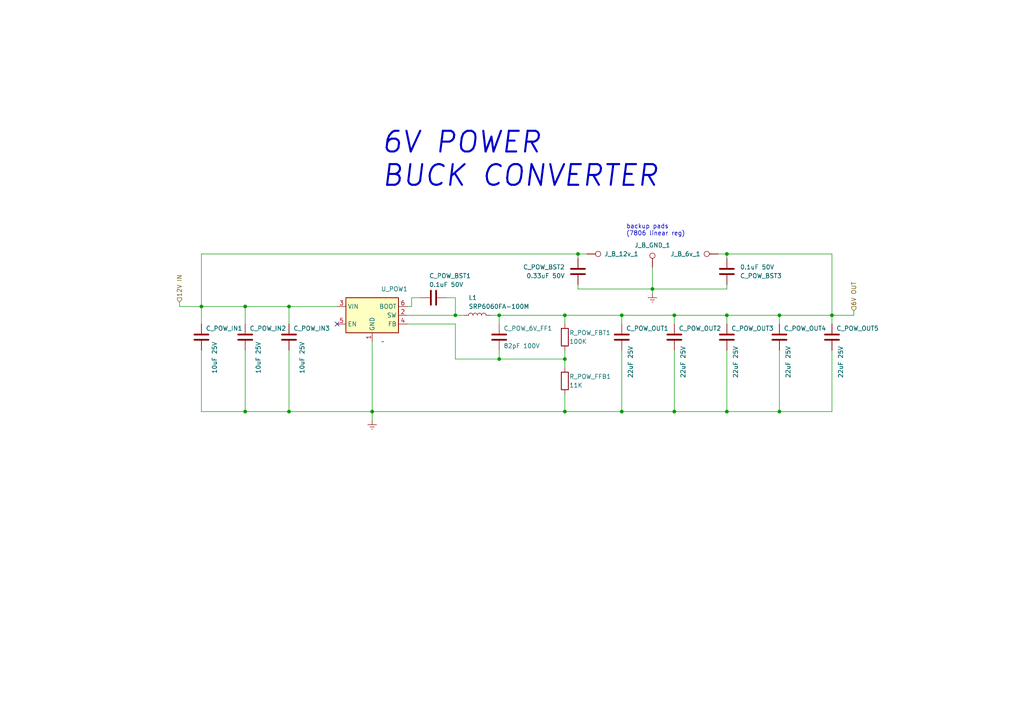
<source format=kicad_sch>
(kicad_sch (version 20211123) (generator eeschema)
  (paper "A4")
  (title_block (title "E-TKT") (date "2022-07-21") (rev "3") (company "Andrei Speridiao"))
  (lib_symbols
    (symbol "Connector:TestPoint" (pin_numbers hide) (pin_names (offset 0.762) hide)
      (property "Reference" "TP" (at 0 6.858 0))
      (property "Value" "TestPoint" (at 0 5.08 0))
      (symbol "TestPoint_0_1"
        (circle (center 0 3.302) (radius 0.762))
      )
      (symbol "TestPoint_1_1"
        (pin passive line (at 0 0 90) (length 2.54) (name "1") (number "1"))
      )
    )
    (symbol "Device:C" (pin_numbers hide) (pin_names (offset 0.254))
      (property "Reference" "C" (at 0.635 2.54 0))
      (property "Value" "C" (at 0.635 -2.54 0))
      (symbol "C_0_1"
        (polyline (pts (xy -2.032 -0.762) (xy 2.032 -0.762)) (stroke (width 0.508)))
        (polyline (pts (xy -2.032 0.762) (xy 2.032 0.762)) (stroke (width 0.508)))
      )
      (symbol "C_1_1"
        (pin passive line (at 0 3.81 270) (length 2.794) (name "~") (number "1"))
        (pin passive line (at 0 -3.81 90) (length 2.794) (name "~") (number "2"))
      )
    )
    (symbol "Device:L" (pin_numbers hide) (pin_names (offset 1.016) hide)
      (property "Reference" "L" (at -1.27 0 90))
      (property "Value" "L" (at 1.905 0 90))
      (symbol "L_0_1"
        (arc (start 0 -2.54) (mid 0.635 -1.905) (end 0 -1.27))
        (arc (start 0 -1.27) (mid 0.635 -0.635) (end 0 0))
        (arc (start 0 0) (mid 0.635 0.635) (end 0 1.27))
        (arc (start 0 1.27) (mid 0.635 1.905) (end 0 2.54))
      )
      (symbol "L_1_1"
        (pin passive line (at 0 3.81 270) (length 1.27) (name "1") (number "1"))
        (pin passive line (at 0 -3.81 90) (length 1.27) (name "2") (number "2"))
      )
    )
    (symbol "Device:R" (pin_numbers hide) (pin_names (offset 0))
      (property "Reference" "R" (at 2.032 0 90))
      (property "Value" "R" (at 0 0 90))
      (symbol "R_0_1"
        (rectangle (start -1.016 -2.54) (end 1.016 2.54) (stroke (width 0.254)))
      )
      (symbol "R_1_1"
        (pin passive line (at 0 3.81 270) (length 1.27) (name "~") (number "1"))
        (pin passive line (at 0 -3.81 90) (length 1.27) (name "~") (number "2"))
      )
    )
    (symbol "Regulator_Switching:TPS54302"
      (property "Reference" "U" (at -7.62 6.35 0))
      (property "Value" "TPS54302" (at 0 6.35 0))
      (symbol "TPS54302_0_1"
        (rectangle (start -7.62 5.08) (end 7.62 -5.08) (stroke (width 0.254)) (fill (type background)))
      )
      (symbol "TPS54302_1_1"
        (pin power_in line (at 0 -7.62 90) (length 2.54) (name "GND") (number "1"))
        (pin power_out line (at 10.16 0 180) (length 2.54) (name "SW") (number "2"))
        (pin power_in line (at -10.16 2.54 0) (length 2.54) (name "VIN") (number "3"))
        (pin input line (at 10.16 -2.54 180) (length 2.54) (name "FB") (number "4"))
        (pin input line (at -10.16 -2.54 0) (length 2.54) (name "EN") (number "5"))
        (pin passive line (at 10.16 2.54 180) (length 2.54) (name "BOOT") (number "6"))
      )
    )
    (symbol "power:GNDREF" (power) (pin_names (offset 0))
      (property "Value" "GNDREF" (at 0 -3.81 0))
      (symbol "GNDREF_0_1"
        (polyline (pts (xy -0.635 -1.905) (xy 0.635 -1.905)))
        (polyline (pts (xy -0.127 -2.54) (xy 0.127 -2.54)))
        (polyline (pts (xy 0 -1.27) (xy 0 0)))
        (polyline (pts (xy 1.27 -1.27) (xy -1.27 -1.27)))
      )
      (symbol "GNDREF_1_1"
        (pin power_in line (at 0 0 270) (length 0) hide (name "GNDREF") (number "1"))
      )
    )
  )
  (junction (at 195.58 119.38))
  (junction (at 167.64 73.66))
  (junction (at 71.12 88.9))
  (junction (at 195.58 91.44))
  (junction (at 163.83 91.44))
  (junction (at 83.82 119.38))
  (junction (at 226.06 119.38))
  (junction (at 180.34 119.38))
  (junction (at 58.42 88.9))
  (junction (at 163.83 119.38))
  (junction (at 226.06 91.44))
  (junction (at 71.12 119.38))
  (junction (at 210.82 91.44))
  (junction (at 189.23 83.82))
  (junction (at 107.95 119.38))
  (junction (at 163.83 104.14))
  (junction (at 180.34 91.44))
  (junction (at 83.82 88.9))
  (junction (at 144.78 91.44))
  (junction (at 210.82 73.66))
  (junction (at 144.78 104.14))
  (junction (at 241.3 91.44))
  (junction (at 210.82 119.38))
  (junction (at 132.08 91.44))
  (no_connect (at 97.79 93.98))
  (wire (pts (xy 247.65 90.17) (xy 247.65 91.44)))
  (wire (pts (xy 226.06 101.6) (xy 226.06 119.38)))
  (wire (pts (xy 180.34 119.38) (xy 195.58 119.38)))
  (wire (pts (xy 167.64 73.66) (xy 167.64 74.93)))
  (wire (pts (xy 163.83 114.3) (xy 163.83 119.38)))
  (wire (pts (xy 71.12 119.38) (xy 83.82 119.38)))
  (wire (pts (xy 226.06 91.44) (xy 226.06 93.98)))
  (wire (pts (xy 107.95 99.06) (xy 107.95 119.38)))
  (wire (pts (xy 163.83 91.44) (xy 163.83 93.98)))
  (wire (pts (xy 107.95 119.38) (xy 163.83 119.38)))
  (wire (pts (xy 132.08 86.36) (xy 132.08 91.44)))
  (wire (pts (xy 210.82 91.44) (xy 210.82 93.98)))
  (wire (pts (xy 210.82 101.6) (xy 210.82 119.38)))
  (wire (pts (xy 241.3 101.6) (xy 241.3 119.38)))
  (wire (pts (xy 144.78 104.14) (xy 163.83 104.14)))
  (wire (pts (xy 167.64 83.82) (xy 189.23 83.82)))
  (wire (pts (xy 107.95 119.38) (xy 107.95 121.92)))
  (wire (pts (xy 226.06 91.44) (xy 241.3 91.44)))
  (wire (pts (xy 83.82 119.38) (xy 107.95 119.38)))
  (wire (pts (xy 83.82 88.9) (xy 97.79 88.9)))
  (wire (pts (xy 83.82 101.6) (xy 83.82 119.38)))
  (wire (pts (xy 195.58 119.38) (xy 210.82 119.38)))
  (wire (pts (xy 142.24 91.44) (xy 144.78 91.44)))
  (wire (pts (xy 163.83 119.38) (xy 180.34 119.38)))
  (wire (pts (xy 132.08 91.44) (xy 134.62 91.44)))
  (wire (pts (xy 163.83 91.44) (xy 180.34 91.44)))
  (wire (pts (xy 144.78 101.6) (xy 144.78 104.14)))
  (wire (pts (xy 163.83 101.6) (xy 163.83 104.14)))
  (wire (pts (xy 210.82 82.55) (xy 210.82 83.82)))
  (wire (pts (xy 118.11 91.44) (xy 132.08 91.44)))
  (wire (pts (xy 83.82 88.9) (xy 83.82 93.98)))
  (wire (pts (xy 129.54 86.36) (xy 132.08 86.36)))
  (wire (pts (xy 180.34 91.44) (xy 180.34 93.98)))
  (wire (pts (xy 195.58 91.44) (xy 210.82 91.44)))
  (wire (pts (xy 132.08 104.14) (xy 144.78 104.14)))
  (wire (pts (xy 180.34 91.44) (xy 195.58 91.44)))
  (wire (pts (xy 144.78 91.44) (xy 163.83 91.44)))
  (wire (pts (xy 241.3 73.66) (xy 241.3 91.44)))
  (wire (pts (xy 241.3 91.44) (xy 241.3 93.98)))
  (wire (pts (xy 52.07 87.63) (xy 52.07 88.9)))
  (wire (pts (xy 118.11 93.98) (xy 132.08 93.98)))
  (wire (pts (xy 210.82 73.66) (xy 210.82 74.93)))
  (wire (pts (xy 195.58 91.44) (xy 195.58 93.98)))
  (wire (pts (xy 226.06 119.38) (xy 241.3 119.38)))
  (wire (pts (xy 58.42 119.38) (xy 71.12 119.38)))
  (wire (pts (xy 118.11 88.9) (xy 119.38 88.9)))
  (wire (pts (xy 71.12 88.9) (xy 83.82 88.9)))
  (wire (pts (xy 58.42 73.66) (xy 167.64 73.66)))
  (wire (pts (xy 210.82 91.44) (xy 226.06 91.44)))
  (wire (pts (xy 71.12 101.6) (xy 71.12 119.38)))
  (wire (pts (xy 180.34 101.6) (xy 180.34 119.38)))
  (wire (pts (xy 208.28 73.66) (xy 210.82 73.66)))
  (wire (pts (xy 58.42 88.9) (xy 71.12 88.9)))
  (wire (pts (xy 119.38 88.9) (xy 119.38 86.36)))
  (wire (pts (xy 71.12 88.9) (xy 71.12 93.98)))
  (wire (pts (xy 210.82 119.38) (xy 226.06 119.38)))
  (wire (pts (xy 132.08 93.98) (xy 132.08 104.14)))
  (wire (pts (xy 167.64 82.55) (xy 167.64 83.82)))
  (wire (pts (xy 241.3 91.44) (xy 247.65 91.44)))
  (wire (pts (xy 119.38 86.36) (xy 121.92 86.36)))
  (wire (pts (xy 189.23 83.82) (xy 189.23 85.09)))
  (wire (pts (xy 58.42 88.9) (xy 58.42 93.98)))
  (wire (pts (xy 163.83 106.68) (xy 163.83 104.14)))
  (wire (pts (xy 52.07 88.9) (xy 58.42 88.9)))
  (wire (pts (xy 195.58 101.6) (xy 195.58 119.38)))
  (wire (pts (xy 210.82 83.82) (xy 189.23 83.82)))
  (wire (pts (xy 58.42 73.66) (xy 58.42 88.9)))
  (wire (pts (xy 144.78 91.44) (xy 144.78 93.98)))
  (wire (pts (xy 189.23 77.47) (xy 189.23 83.82)))
  (wire (pts (xy 167.64 73.66) (xy 170.18 73.66)))
  (wire (pts (xy 58.42 101.6) (xy 58.42 119.38)))
  (wire (pts (xy 210.82 73.66) (xy 241.3 73.66)))
  (text "backup pads\n(7806 linear reg)" (at 181.61 68.58 0) (effects (font (size 1.27 1.27)) (justify left bottom)))
  (text "6V POWER\nBUCK CONVERTER" (at 110.49 54.61 0) (effects (font (size 6 6) (thickness 0.6) bold italic) (justify left bottom)))
  (hierarchical_label "12V IN" (shape input) (at 52.07 87.63 90))
  (hierarchical_label "6V OUT" (shape input) (at 247.65 90.17 90))
  (symbol (lib_id "Connector:TestPoint") (at 170.18 73.66 270) (unit 1)
    (property "Reference" "J_B_12v_1" (at 175.26 73.66 90) (effects (justify left)))
    (property "Value" "TestPoint" (effects hide))
    (property "Footprint" "TestPoint:TestPoint_Pad_D1.5mm" (effects hide))
    (property "Datasheet" "xxx" (effects hide))
    (property "#" "xxx" (effects hide))
    (property "Group" "Pads" (effects hide))
    (property "Description" "Testing point" (effects hide))
    (property "Mouser" "OK" (effects hide))
  )
  (symbol (lib_id "power:GNDREF") (at 107.95 121.92 0) (unit 1)
    (property "Reference" "#PWR0133" (effects hide))
  )
  (symbol (lib_id "Device:C") (at 144.78 97.79 0) (unit 1)
    (property "Reference" "C_POW_6V_FF1" (at 146.05 95.25 0) (effects (justify left)))
    (property "Value" "82pF 100V" (at 146.05 100.33 0) (effects (justify left)))
    (property "Footprint" "Capacitor_SMD:C_0603_1608Metric_Pad1.08x0.95mm_HandSolder" (effects hide))
    (property "Datasheet" "https://br.mouser.com/datasheet/2/427/vjcommercialseries-1764145.pdf" (effects hide))
    (property "#" "VJ0603A820JXBAC" (effects hide))
    (property "Description" "Feedback" (effects hide))
    (property "Group" "6V power" (effects hide))
    (property "Obs" "wes" (effects hide))
    (property "Mouser" "OK" (effects hide))
  )
  (symbol (lib_id "Device:C") (at 180.34 97.79 0) (unit 1)
    (property "Reference" "C_POW_OUT1" (at 181.61 95.25 0) (effects (justify left)))
    (property "Value" "22uF 25V" (at 182.88 100.33 90) (effects (justify right)))
    (property "Footprint" "Capacitor_SMD:C_1210_3225Metric_Pad1.33x2.70mm_HandSolder" (effects hide))
    (property "Datasheet" "https://product.tdk.com/system/files/dam/doc/product/capacitor/ceramic/mlcc/catalog/mlcc_commercial_general_en.pdf?ref_disty=mouser" (effects hide))
    (property "#" "C3225X7R1E226M250AB" (effects hide))
    (property "Description" "Decouple" (effects hide))
    (property "Group" "6V power" (effects hide))
    (property "Obs" "wes" (effects hide))
    (property "Mouser" "OK" (effects hide))
  )
  (symbol (lib_id "Device:R") (at 163.83 97.79 180) (unit 1)
    (property "Reference" "R_POW_FBT1" (at 165.1 96.52 0) (effects (justify right)))
    (property "Value" "100K" (at 165.1 99.06 0) (effects (justify right)))
    (property "Footprint" "Resistor_SMD:R_0603_1608Metric_Pad0.98x0.95mm_HandSolder" (effects hide))
    (property "Datasheet" "https://br.mouser.com/datasheet/2/54/chp_a-1858677.pdf" (effects hide))
    (property "#" "CHP0603AFX-1003ELF" (effects hide))
    (property "Group" "6V power" (effects hide))
    (property "Obs" "wes" (effects hide))
    (property "Mouser" "OK" (effects hide))
  )
  (symbol (lib_id "Connector:TestPoint") (at 189.23 77.47 0) (unit 1)
    (property "Reference" "J_B_GND_1" (at 189.23 71.12 0))
    (property "Value" "TestPoint" (effects hide))
    (property "Footprint" "TestPoint:TestPoint_Pad_D1.5mm" (effects hide))
    (property "Datasheet" "xxx" (effects hide))
    (property "#" "xxx" (effects hide))
    (property "Group" "Pads" (effects hide))
    (property "Description" "Testing point" (effects hide))
    (property "Mouser" "OK" (effects hide))
  )
  (symbol (lib_id "Device:C") (at 58.42 97.79 0) (unit 1)
    (property "Reference" "C_POW_IN1" (at 59.69 95.25 0) (effects (justify left)))
    (property "Value" "10uF 25V" (at 62.23 99.06 90) (effects (justify right)))
    (property "Footprint" "Capacitor_SMD:C_1210_3225Metric_Pad1.33x2.70mm_HandSolder" (effects hide))
    (property "Datasheet" "https://product.tdk.com/system/files/dam/doc/product/capacitor/ceramic/mlcc/catalog/mlcc_commercial_general_en.pdf?ref_disty=mouser" (effects hide))
    (property "Description" "Decouple" (effects hide))
    (property "Group" "6V power" (effects hide))
    (property "Obs" "wes" (effects hide))
    (property "Mouser" "OK" (effects hide))
  )
  (symbol (lib_id "power:GNDREF") (at 189.23 85.09 0) (unit 1)
    (property "Reference" "#PWR0139" (effects hide))
  )
  (symbol (lib_id "Device:L") (at 138.43 91.44 90) (unit 1)
    (property "Reference" "L1" (at 135.89 86.36 90) (effects (justify right)))
    (property "Value" "SRP6060FA-100M" (at 135.89 88.9 90) (effects (justify right)))
    (property "Footprint" "SRP6060FA:SRP6060FA-4R7M" (effects hide))
    (property "Datasheet" "https://br.mouser.com/datasheet/2/54/srp6060fa-1391623.pdf" (effects hide))
    (property "#" "SRP6060FA-100M" (effects hide))
    (property "Description" "Inductor" (effects hide))
    (property "Group" "6V power" (effects hide))
    (property "Mouser" "OK" (effects hide))
  )
  (symbol (lib_id "Device:C") (at 210.82 97.79 0) (unit 1)
    (property "Reference" "C_POW_OUT3" (at 212.09 95.25 0) (effects (justify left)))
    (property "Value" "22uF 25V" (at 213.36 100.33 90) (effects (justify right)))
    (property "Footprint" "Capacitor_SMD:C_1210_3225Metric_Pad1.33x2.70mm_HandSolder" (effects hide))
    (property "Datasheet" "https://product.tdk.com/system/files/dam/doc/product/capacitor/ceramic/mlcc/catalog/mlcc_commercial_general_en.pdf?ref_disty=mouser" (effects hide))
    (property "#" "C3225X7R1E226M250AB" (effects hide))
    (property "Description" "Decouple" (effects hide))
    (property "Group" "6V power" (effects hide))
    (property "Obs" "wes" (effects hide))
    (property "Mouser" "OK" (effects hide))
  )
  (symbol (lib_id "Device:C") (at 210.82 78.74 0) (unit 1)
    (property "Reference" "C_POW_BST3" (at 214.63 80.01 0) (effects (justify left)))
    (property "Value" "0.1uF 50V" (at 214.63 77.47 0) (effects (justify left)))
    (property "Footprint" "Capacitor_SMD:C_0603_1608Metric_Pad1.08x0.95mm_HandSolder" (effects hide))
    (property "Datasheet" "https://product.tdk.com/system/files/dam/doc/product/capacitor/ceramic/mlcc/catalog/mlcc_commercial_general_en.pdf?ref_disty=mouser" (effects hide))
    (property "#" "C1608X7R1H104K080AA" (effects hide))
    (property "Description" "Boost" (effects hide))
    (property "Group" "6V power" (effects hide))
    (property "Mouser" "OK" (effects hide))
  )
  (symbol (lib_id "Device:C") (at 167.64 78.74 180) (unit 1)
    (property "Reference" "C_POW_BST2" (at 163.83 77.47 0) (effects (justify left)))
    (property "Value" "0.33uF 50V" (at 163.83 80.01 0) (effects (justify left)))
    (property "Footprint" "Capacitor_SMD:C_0603_1608Metric_Pad1.08x0.95mm_HandSolder" (effects hide))
    (property "Datasheet" "https://product.tdk.com/system/files/dam/doc/product/capacitor/ceramic/mlcc/catalog/mlcc_automotive_general_en.pdf?ref_disty=mouser" (effects hide))
    (property "#" "CGA3E3X7R1H334M080AB" (effects hide))
    (property "Description" "Boost" (effects hide))
    (property "Group" "6V power" (effects hide))
    (property "Mouser" "OK" (effects hide))
  )
  (symbol (lib_id "Connector:TestPoint") (at 208.28 73.66 90) (unit 1)
    (property "Reference" "J_B_6v_1" (at 203.2 73.66 90) (effects (justify left)))
    (property "Value" "TestPoint" (effects hide))
    (property "Footprint" "TestPoint:TestPoint_Pad_D1.5mm" (effects hide))
    (property "Datasheet" "xxx" (effects hide))
    (property "#" "xxx" (effects hide))
    (property "Group" "Pads" (effects hide))
    (property "Description" "Testing point" (effects hide))
    (property "Mouser" "OK" (effects hide))
  )
  (symbol (lib_id "Device:C") (at 241.3 97.79 0) (unit 1)
    (property "Reference" "C_POW_OUT5" (at 242.57 95.25 0) (effects (justify left)))
    (property "Value" "22uF 25V" (at 243.84 100.33 90) (effects (justify right)))
    (property "Footprint" "Capacitor_SMD:C_1210_3225Metric_Pad1.33x2.70mm_HandSolder" (effects hide))
    (property "Datasheet" "https://product.tdk.com/system/files/dam/doc/product/capacitor/ceramic/mlcc/catalog/mlcc_commercial_general_en.pdf?ref_disty=mouser" (effects hide))
    (property "#" "C3225X7R1E226M250AB" (effects hide))
    (property "Description" "Decouple" (effects hide))
    (property "Group" "6V power" (effects hide))
    (property "Obs" "wes" (effects hide))
    (property "Mouser" "OK" (effects hide))
  )
  (symbol (lib_id "Device:C") (at 125.73 86.36 90) (unit 1)
    (property "Reference" "C_POW_BST1" (at 124.46 80.01 90) (effects (justify right)))
    (property "Value" "0.1uF 50V" (at 124.46 82.55 90) (effects (justify right)))
    (property "Footprint" "Capacitor_SMD:C_0603_1608Metric_Pad1.08x0.95mm_HandSolder" (effects hide))
    (property "Datasheet" "https://product.tdk.com/system/files/dam/doc/product/capacitor/ceramic/mlcc/catalog/mlcc_commercial_general_en.pdf?ref_disty=mouser" (effects hide))
    (property "#" "C1608X7R1H104K080AA" (effects hide))
    (property "Description" "Boost" (effects hide))
    (property "Group" "6V power" (effects hide))
    (property "Mouser" "OK" (effects hide))
  )
  (symbol (lib_id "Device:C") (at 71.12 97.79 0) (unit 1)
    (property "Reference" "C_POW_IN2" (at 72.39 95.25 0) (effects (justify left)))
    (property "Value" "10uF 25V" (at 74.93 99.06 90) (effects (justify right)))
    (property "Footprint" "Capacitor_SMD:C_1210_3225Metric_Pad1.33x2.70mm_HandSolder" (effects hide))
    (property "Datasheet" "https://product.tdk.com/system/files/dam/doc/product/capacitor/ceramic/mlcc/catalog/mlcc_commercial_general_en.pdf?ref_disty=mouser" (effects hide))
    (property "Description" "Decouple" (effects hide))
    (property "Group" "6V power" (effects hide))
    (property "Obs" "wes" (effects hide))
    (property "Mouser" "OK" (effects hide))
  )
  (symbol (lib_id "Device:C") (at 195.58 97.79 0) (unit 1)
    (property "Reference" "C_POW_OUT2" (at 196.85 95.25 0) (effects (justify left)))
    (property "Value" "22uF 25V" (at 198.12 100.33 90) (effects (justify right)))
    (property "Footprint" "Capacitor_SMD:C_1210_3225Metric_Pad1.33x2.70mm_HandSolder" (effects hide))
    (property "Datasheet" "https://product.tdk.com/system/files/dam/doc/product/capacitor/ceramic/mlcc/catalog/mlcc_commercial_general_en.pdf?ref_disty=mouser" (effects hide))
    (property "#" "C3225X7R1E226M250AB" (effects hide))
    (property "Description" "Decouple" (effects hide))
    (property "Group" "6V power" (effects hide))
    (property "Obs" "wes" (effects hide))
    (property "Mouser" "OK" (effects hide))
  )
  (symbol (lib_id "Device:R") (at 163.83 110.49 180) (unit 1)
    (property "Reference" "R_POW_FFB1" (at 165.1 109.22 0) (effects (justify right)))
    (property "Value" "11K" (at 165.1 111.76 0) (effects (justify right)))
    (property "Footprint" "Resistor_SMD:R_0603_1608Metric_Pad0.98x0.95mm_HandSolder" (effects hide))
    (property "Datasheet" "https://br.mouser.com/datasheet/2/427/crcwhpe3-1713858.pdf" (effects hide))
    (property "#" "CRCW060311K0JNEAHP" (effects hide))
    (property "Description" "Feedback" (effects hide))
    (property "Group" "6V power" (effects hide))
    (property "Obs" "wes" (effects hide))
    (property "Mouser" "OK" (effects hide))
  )
  (symbol (lib_id "Device:C") (at 83.82 97.79 0) (unit 1)
    (property "Reference" "C_POW_IN3" (at 85.09 95.25 0) (effects (justify left)))
    (property "Value" "10uF 25V" (at 87.63 99.06 90) (effects (justify right)))
    (property "Footprint" "Capacitor_SMD:C_1210_3225Metric_Pad1.33x2.70mm_HandSolder" (effects hide))
    (property "Datasheet" "https://product.tdk.com/system/files/dam/doc/product/capacitor/ceramic/mlcc/catalog/mlcc_commercial_general_en.pdf?ref_disty=mouser" (effects hide))
    (property "Description" "Decouple" (effects hide))
    (property "Group" "6V power" (effects hide))
    (property "Obs" "wes" (effects hide))
    (property "Mouser" "OK" (effects hide))
  )
  (symbol (lib_id "Regulator_Switching:TPS54302") (at 107.95 91.44 0) (unit 1)
    (property "Reference" "U_POW1" (at 110.49 83.82 0) (effects (justify left)))
    (property "Value" "~" (at 110.49 99.06 0) (effects (justify left)))
    (property "Footprint" "Package_TO_SOT_SMD:SOT-23-6_Handsoldering" (effects hide))
    (property "Datasheet" "https://www.ti.com/general/docs/suppproductinfo.tsp?distId=26&gotoUrl=https://www.ti.com/lit/gpn/tps54302" (effects hide))
    (property "#" "TPS54302" (effects hide))
    (property "Description" "IC" (effects hide))
    (property "Group" "6V power" (effects hide))
    (property "Mouser" "N" (effects hide))
    (property "Obs" "wes / alternative TPS5430MDDAREP not dropin" (effects hide))
  )
  (symbol (lib_id "Device:C") (at 226.06 97.79 0) (unit 1)
    (property "Reference" "C_POW_OUT4" (at 227.33 95.25 0) (effects (justify left)))
    (property "Value" "22uF 25V" (at 228.6 100.33 90) (effects (justify right)))
    (property "Footprint" "Capacitor_SMD:C_1210_3225Metric_Pad1.33x2.70mm_HandSolder" (effects hide))
    (property "Datasheet" "https://product.tdk.com/system/files/dam/doc/product/capacitor/ceramic/mlcc/catalog/mlcc_commercial_general_en.pdf?ref_disty=mouser" (effects hide))
    (property "#" "C3225X7R1E226M250AB" (effects hide))
    (property "Description" "Decouple" (effects hide))
    (property "Group" "6V power" (effects hide))
    (property "Obs" "wes" (effects hide))
    (property "Mouser" "OK" (effects hide))
  )
)
</source>
